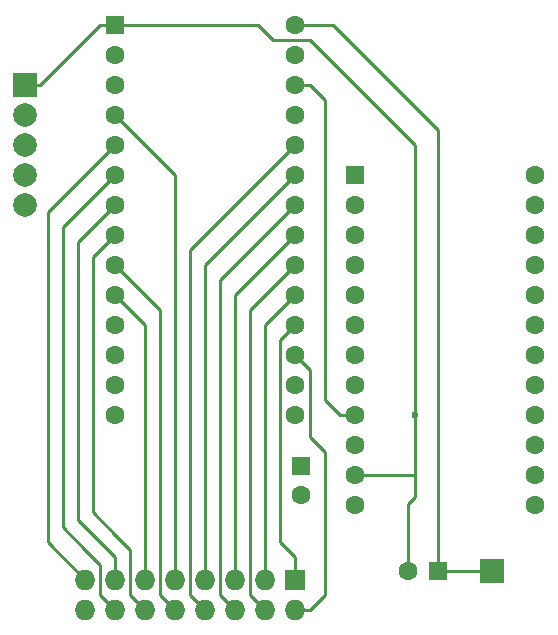
<source format=gtl>
%TF.GenerationSoftware,KiCad,Pcbnew,4.0.7*%
%TF.CreationDate,2017-09-16T19:45:42+02:00*%
%TF.ProjectId,ti99-usb-key,746939392D7573622D6B65792E6B6963,3.0*%
%TF.FileFunction,Copper,L1,Top,Signal*%
%FSLAX46Y46*%
G04 Gerber Fmt 4.6, Leading zero omitted, Abs format (unit mm)*
G04 Created by KiCad (PCBNEW 4.0.7) date 09/16/17 19:45:42*
%MOMM*%
%LPD*%
G01*
G04 APERTURE LIST*
%ADD10C,0.101600*%
%ADD11C,1.600000*%
%ADD12R,1.600000X1.600000*%
%ADD13R,1.727200X1.727200*%
%ADD14O,1.727200X1.727200*%
%ADD15R,2.000000X2.000000*%
%ADD16C,2.000000*%
%ADD17C,0.600000*%
%ADD18C,0.250000*%
G04 APERTURE END LIST*
D10*
D11*
X25400000Y20320000D03*
X10160000Y20320000D03*
X25400000Y22860000D03*
X25400000Y25400000D03*
X25400000Y27940000D03*
X25400000Y30480000D03*
X25400000Y33020000D03*
X25400000Y35560000D03*
X25400000Y38100000D03*
X25400000Y40640000D03*
X25400000Y43180000D03*
X25400000Y45720000D03*
X25400000Y48260000D03*
X25400000Y50800000D03*
X25400000Y53340000D03*
X10160000Y22860000D03*
X10160000Y25400000D03*
X10160000Y27940000D03*
X10160000Y30480000D03*
X10160000Y33020000D03*
X10160000Y35560000D03*
X10160000Y38100000D03*
X10160000Y40640000D03*
X10160000Y43180000D03*
X10160000Y45720000D03*
X10160000Y48260000D03*
X10160000Y50800000D03*
D12*
X10160000Y53340000D03*
D13*
X25400000Y6350000D03*
D14*
X25400000Y3810000D03*
X22860000Y6350000D03*
X22860000Y3810000D03*
X20320000Y6350000D03*
X20320000Y3810000D03*
X17780000Y6350000D03*
X17780000Y3810000D03*
X15240000Y6350000D03*
X15240000Y3810000D03*
X12700000Y6350000D03*
X12700000Y3810000D03*
X10160000Y6350000D03*
X10160000Y3810000D03*
X7620000Y6350000D03*
X7620000Y3810000D03*
D15*
X2540000Y48260000D03*
D16*
X2540000Y45720000D03*
X2540000Y43180000D03*
X2540000Y40640000D03*
X2540000Y38100000D03*
D12*
X30480000Y40640000D03*
D11*
X30480000Y38100000D03*
X30480000Y35560000D03*
X30480000Y33020000D03*
X30480000Y30480000D03*
X30480000Y27940000D03*
X30480000Y25400000D03*
X30480000Y22860000D03*
X30480000Y20320000D03*
X30480000Y17780000D03*
X30480000Y15240000D03*
X30480000Y12700000D03*
X45720000Y12700000D03*
X45720000Y15240000D03*
X45720000Y17780000D03*
X45720000Y20320000D03*
X45720000Y22860000D03*
X45720000Y25400000D03*
X45720000Y27940000D03*
X45720000Y30480000D03*
X45720000Y33020000D03*
X45720000Y35560000D03*
X45720000Y38100000D03*
X45720000Y40640000D03*
D12*
X37465000Y7112000D03*
D11*
X34965000Y7112000D03*
D12*
X25908000Y16002000D03*
D11*
X25908000Y13502000D03*
D15*
X42037000Y7112000D03*
D17*
X35560000Y20320000D03*
D18*
X37465000Y7112000D02*
X42037000Y7112000D01*
X37465000Y8636000D02*
X37465000Y7112000D01*
X37465000Y8636000D02*
X37465000Y8636000D01*
X28575000Y53340000D02*
X37465000Y44450000D01*
X37465000Y44450000D02*
X37465000Y8636000D01*
X25400000Y53340000D02*
X28575000Y53340000D01*
X35560000Y15240000D02*
X35560000Y13335000D01*
X34965000Y12740000D02*
X34965000Y7112000D01*
X35560000Y13335000D02*
X34965000Y12740000D01*
X35560000Y15494000D02*
X35560000Y15240000D01*
X35560000Y15240000D02*
X35306000Y15240000D01*
X35560000Y18415000D02*
X35560000Y15494000D01*
X35306000Y15240000D02*
X32385000Y15240000D01*
X30480000Y15240000D02*
X32385000Y15240000D01*
X35560000Y20320000D02*
X35560000Y43180000D01*
X22225000Y53340000D02*
X10160000Y53340000D01*
X23495000Y52070000D02*
X22225000Y53340000D01*
X26670000Y52070000D02*
X23495000Y52070000D01*
X35560000Y43180000D02*
X26670000Y52070000D01*
X35560000Y20320000D02*
X35560000Y18415000D01*
X10160000Y53340000D02*
X8890000Y53340000D01*
X8890000Y53340000D02*
X4445000Y48895000D01*
X4445000Y48895000D02*
X3810000Y48260000D01*
X3810000Y48260000D02*
X2540000Y48260000D01*
X3175000Y48260000D02*
X2540000Y48260000D01*
X24130000Y18415000D02*
X24130000Y17145000D01*
X24130000Y18415000D02*
X24130000Y26670000D01*
X25400000Y27940000D02*
X24130000Y26670000D01*
X25400000Y8255000D02*
X24765000Y8890000D01*
X24130000Y9525000D02*
X24130000Y17145000D01*
X25400000Y8255000D02*
X25400000Y6350000D01*
X24765000Y8890000D02*
X24130000Y9525000D01*
X27940000Y10795000D02*
X27940000Y5080000D01*
X27940000Y5080000D02*
X26670000Y3810000D01*
X27940000Y17145000D02*
X26670000Y18415000D01*
X27940000Y10795000D02*
X27940000Y17145000D01*
X26670000Y24130000D02*
X26670000Y22860000D01*
X26670000Y22860000D02*
X26670000Y18415000D01*
X25400000Y25400000D02*
X26670000Y24130000D01*
X26670000Y3810000D02*
X25400000Y3810000D01*
X4445000Y17145000D02*
X4445000Y15875000D01*
X4445000Y17145000D02*
X4445000Y37465000D01*
X10160000Y43180000D02*
X4445000Y37465000D01*
X4445000Y10795000D02*
X4445000Y15875000D01*
X4445000Y9525000D02*
X4445000Y10795000D01*
X4445000Y9525000D02*
X7620000Y6350000D01*
X22860000Y27940000D02*
X22860000Y26670000D01*
X25400000Y30480000D02*
X22860000Y27940000D01*
X22860000Y10160000D02*
X22860000Y6350000D01*
X22860000Y10160000D02*
X22860000Y26670000D01*
X21590000Y29210000D02*
X21590000Y27940000D01*
X21590000Y5080000D02*
X21590000Y8890000D01*
X25400000Y33020000D02*
X21590000Y29210000D01*
X21590000Y5080000D02*
X22860000Y3810000D01*
X21590000Y8890000D02*
X21590000Y27940000D01*
X20320000Y30480000D02*
X20320000Y29210000D01*
X20320000Y8890000D02*
X20320000Y29210000D01*
X20320000Y6350000D02*
X20320000Y7620000D01*
X20320000Y7620000D02*
X20320000Y8890000D01*
X20320000Y30480000D02*
X25400000Y35560000D01*
X19050000Y31750000D02*
X19050000Y30480000D01*
X19050000Y5080000D02*
X19050000Y30480000D01*
X25400000Y38100000D02*
X19050000Y31750000D01*
X19050000Y5080000D02*
X20320000Y3810000D01*
X17780000Y33020000D02*
X17780000Y31750000D01*
X25400000Y40640000D02*
X17780000Y33020000D01*
X17780000Y8890000D02*
X17780000Y6350000D01*
X17780000Y8890000D02*
X17780000Y31750000D01*
X16510000Y34290000D02*
X16510000Y33020000D01*
X16510000Y5080000D02*
X16510000Y8890000D01*
X25400000Y43180000D02*
X16510000Y34290000D01*
X16510000Y5080000D02*
X17780000Y3810000D01*
X16510000Y8890000D02*
X16510000Y33020000D01*
X15240000Y40640000D02*
X15240000Y39370000D01*
X10160000Y45720000D02*
X13970000Y41910000D01*
X15240000Y7620000D02*
X15240000Y6350000D01*
X15240000Y40640000D02*
X13970000Y41910000D01*
X15240000Y7620000D02*
X15240000Y39370000D01*
X13970000Y29210000D02*
X13970000Y27940000D01*
X13970000Y5080000D02*
X13970000Y7620000D01*
X10160000Y33020000D02*
X12700000Y30480000D01*
X13970000Y5080000D02*
X15240000Y3810000D01*
X13970000Y29210000D02*
X12700000Y30480000D01*
X13970000Y7620000D02*
X13970000Y27940000D01*
X12700000Y27940000D02*
X12700000Y26670000D01*
X10160000Y30480000D02*
X11430000Y29210000D01*
X12700000Y7620000D02*
X12700000Y6350000D01*
X12700000Y27940000D02*
X11430000Y29210000D01*
X12700000Y7620000D02*
X12700000Y26670000D01*
X8255000Y19050000D02*
X8255000Y17780000D01*
X11430000Y5080000D02*
X11430000Y8890000D01*
X11430000Y8890000D02*
X10160000Y10160000D01*
X8255000Y19050000D02*
X8255000Y33655000D01*
X10160000Y35560000D02*
X8255000Y33655000D01*
X11430000Y5080000D02*
X12700000Y3810000D01*
X8255000Y12065000D02*
X8255000Y17780000D01*
X10160000Y10160000D02*
X8255000Y12065000D01*
X6985000Y18415000D02*
X6985000Y17145000D01*
X10160000Y8255000D02*
X8890000Y9525000D01*
X6985000Y18415000D02*
X6985000Y34925000D01*
X10160000Y38100000D02*
X6985000Y34925000D01*
X10160000Y8255000D02*
X10160000Y6350000D01*
X6985000Y11430000D02*
X6985000Y17145000D01*
X8890000Y9525000D02*
X6985000Y11430000D01*
X5715000Y17780000D02*
X5715000Y16510000D01*
X8890000Y5080000D02*
X8890000Y7620000D01*
X8890000Y7620000D02*
X7620000Y8890000D01*
X5715000Y17780000D02*
X5715000Y36195000D01*
X10160000Y40640000D02*
X5715000Y36195000D01*
X8890000Y5080000D02*
X10160000Y3810000D01*
X5715000Y10795000D02*
X5715000Y16510000D01*
X7620000Y8890000D02*
X5715000Y10795000D01*
X30480000Y20320000D02*
X29210000Y20320000D01*
X26670000Y48260000D02*
X25400000Y48260000D01*
X27940000Y46990000D02*
X26670000Y48260000D01*
X27940000Y21590000D02*
X27940000Y46990000D01*
X29210000Y20320000D02*
X27940000Y21590000D01*
M02*

</source>
